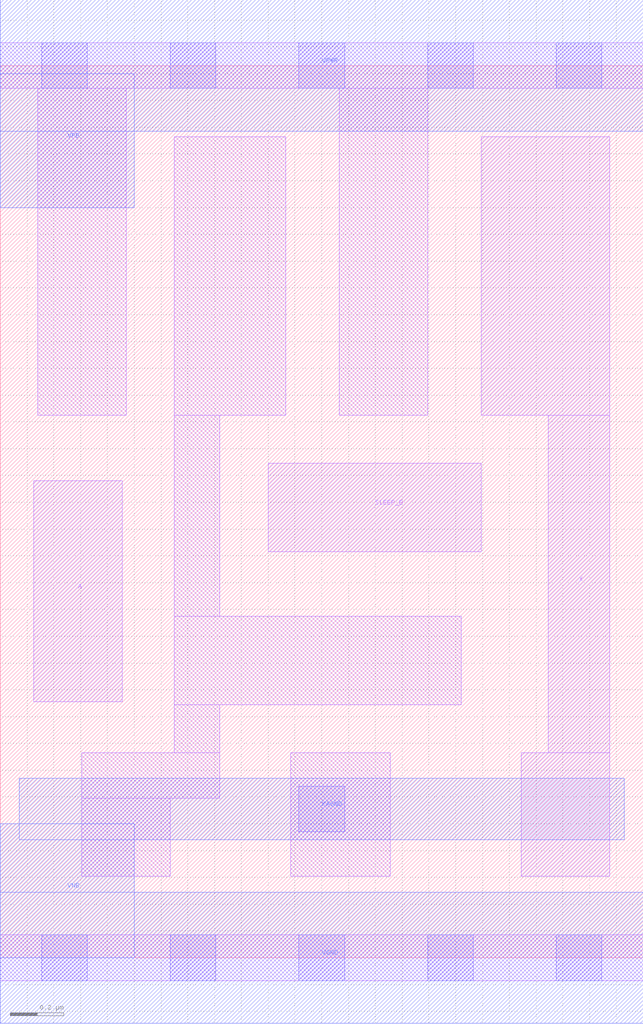
<source format=lef>
# Copyright 2020 The SkyWater PDK Authors
#
# Licensed under the Apache License, Version 2.0 (the "License");
# you may not use this file except in compliance with the License.
# You may obtain a copy of the License at
#
#     https://www.apache.org/licenses/LICENSE-2.0
#
# Unless required by applicable law or agreed to in writing, software
# distributed under the License is distributed on an "AS IS" BASIS,
# WITHOUT WARRANTIES OR CONDITIONS OF ANY KIND, either express or implied.
# See the License for the specific language governing permissions and
# limitations under the License.
#
# SPDX-License-Identifier: Apache-2.0

VERSION 5.5 ;
NAMESCASESENSITIVE ON ;
BUSBITCHARS "[]" ;
DIVIDERCHAR "/" ;
MACRO sky130_fd_sc_lp__iso0n_lp2
  CLASS CORE ;
  SOURCE USER ;
  ORIGIN  0.000000  0.000000 ;
  SIZE  2.400000 BY  3.330000 ;
  SYMMETRY X Y R90 ;
  SITE unit ;
  PIN A
    ANTENNAGATEAREA  0.313000 ;
    DIRECTION INPUT ;
    USE SIGNAL ;
    PORT
      LAYER li1 ;
        RECT 0.125000 0.955000 0.455000 1.780000 ;
    END
  END A
  PIN SLEEP_B
    ANTENNAGATEAREA  0.313000 ;
    DIRECTION INPUT ;
    USE SIGNAL ;
    PORT
      LAYER li1 ;
        RECT 1.000000 1.515000 1.795000 1.845000 ;
    END
  END SLEEP_B
  PIN X
    ANTENNADIFFAREA  0.404700 ;
    DIRECTION OUTPUT ;
    USE SIGNAL ;
    PORT
      LAYER li1 ;
        RECT 1.795000 2.025000 2.275000 3.065000 ;
        RECT 1.945000 0.305000 2.275000 0.765000 ;
        RECT 2.045000 0.765000 2.275000 2.025000 ;
    END
  END X
  PIN KAGND
    ANTENNADIFFAREA  0.117600 ;
    USE GROUND ;
    PORT
      LAYER met1 ;
        RECT 0.070000 0.440000 2.330000 0.670000 ;
    END
  END KAGND
  PIN VGND
    DIRECTION INOUT ;
    USE GROUND ;
    PORT
      LAYER met1 ;
        RECT 0.000000 -0.245000 2.400000 0.245000 ;
    END
  END VGND
  PIN VNB
    DIRECTION INOUT ;
    USE GROUND ;
    PORT
      LAYER met1 ;
        RECT 0.000000 0.000000 0.500000 0.500000 ;
    END
  END VNB
  PIN VPB
    DIRECTION INOUT ;
    USE POWER ;
    PORT
      LAYER met1 ;
        RECT 0.000000 2.800000 0.500000 3.300000 ;
    END
  END VPB
  PIN VPWR
    DIRECTION INOUT ;
    USE POWER ;
    PORT
      LAYER met1 ;
        RECT 0.000000 3.085000 2.400000 3.575000 ;
    END
  END VPWR
  OBS
    LAYER li1 ;
      RECT 0.000000 -0.085000 2.400000 0.085000 ;
      RECT 0.000000  3.245000 2.400000 3.415000 ;
      RECT 0.140000  2.025000 0.470000 3.245000 ;
      RECT 0.305000  0.305000 0.635000 0.595000 ;
      RECT 0.305000  0.595000 0.820000 0.765000 ;
      RECT 0.650000  0.765000 0.820000 0.945000 ;
      RECT 0.650000  0.945000 1.720000 1.275000 ;
      RECT 0.650000  1.275000 0.820000 2.025000 ;
      RECT 0.650000  2.025000 1.065000 3.065000 ;
      RECT 1.085000  0.305000 1.455000 0.765000 ;
      RECT 1.265000  2.025000 1.595000 3.245000 ;
    LAYER mcon ;
      RECT 0.155000 -0.085000 0.325000 0.085000 ;
      RECT 0.155000  3.245000 0.325000 3.415000 ;
      RECT 0.635000 -0.085000 0.805000 0.085000 ;
      RECT 0.635000  3.245000 0.805000 3.415000 ;
      RECT 1.115000 -0.085000 1.285000 0.085000 ;
      RECT 1.115000  0.470000 1.285000 0.640000 ;
      RECT 1.115000  3.245000 1.285000 3.415000 ;
      RECT 1.595000 -0.085000 1.765000 0.085000 ;
      RECT 1.595000  3.245000 1.765000 3.415000 ;
      RECT 2.075000 -0.085000 2.245000 0.085000 ;
      RECT 2.075000  3.245000 2.245000 3.415000 ;
  END
END sky130_fd_sc_lp__iso0n_lp2
END LIBRARY

</source>
